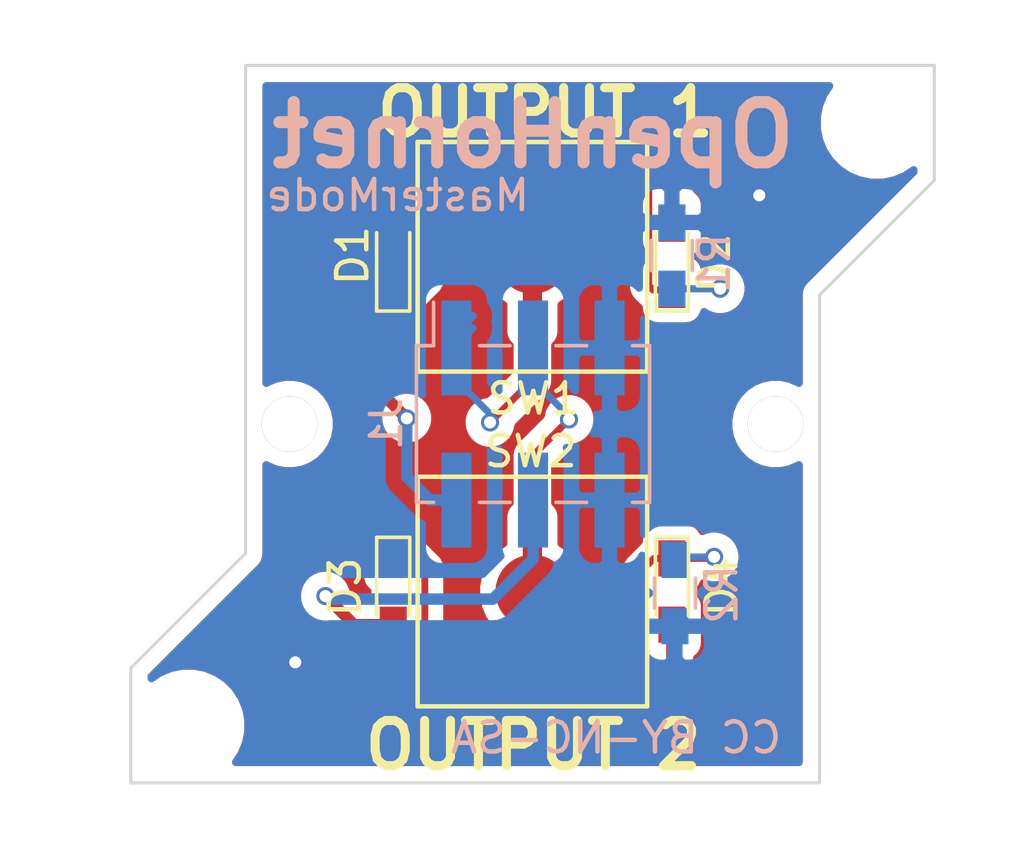
<source format=kicad_pcb>
(kicad_pcb (version 20171130) (host pcbnew "(5.1.4)-1")

  (general
    (thickness 1.6)
    (drawings 13)
    (tracks 75)
    (zones 0)
    (modules 15)
    (nets 8)
  )

  (page A4)
  (layers
    (0 F.Cu signal)
    (31 B.Cu signal)
    (32 B.Adhes user)
    (33 F.Adhes user)
    (34 B.Paste user)
    (35 F.Paste user)
    (36 B.SilkS user)
    (37 F.SilkS user)
    (38 B.Mask user hide)
    (39 F.Mask user hide)
    (40 Dwgs.User user)
    (41 Cmts.User user)
    (42 Eco1.User user)
    (43 Eco2.User user)
    (44 Edge.Cuts user)
    (45 Margin user)
    (46 B.CrtYd user hide)
    (47 F.CrtYd user hide)
    (48 B.Fab user hide)
    (49 F.Fab user hide)
  )

  (setup
    (last_trace_width 0.2286)
    (user_trace_width 0.6096)
    (trace_clearance 0.1778)
    (zone_clearance 0.508)
    (zone_45_only no)
    (trace_min 0.2)
    (via_size 0.6)
    (via_drill 0.4)
    (via_min_size 0.4)
    (via_min_drill 0.3)
    (uvia_size 0.3)
    (uvia_drill 0.1)
    (uvias_allowed no)
    (uvia_min_size 0.2)
    (uvia_min_drill 0.1)
    (edge_width 0.15)
    (segment_width 0.2)
    (pcb_text_width 0.3)
    (pcb_text_size 1.5 1.5)
    (mod_edge_width 0.15)
    (mod_text_size 1 1)
    (mod_text_width 0.15)
    (pad_size 0.6 0.6)
    (pad_drill 0.4)
    (pad_to_mask_clearance 0.2)
    (aux_axis_origin 144.74648 106.74748)
    (grid_origin 144.74648 106.74748)
    (visible_elements 7FFFFFFF)
    (pcbplotparams
      (layerselection 0x010f0_ffffffff)
      (usegerberextensions false)
      (usegerberattributes false)
      (usegerberadvancedattributes false)
      (creategerberjobfile false)
      (excludeedgelayer true)
      (linewidth 0.100000)
      (plotframeref false)
      (viasonmask false)
      (mode 1)
      (useauxorigin false)
      (hpglpennumber 1)
      (hpglpenspeed 20)
      (hpglpendiameter 15.000000)
      (psnegative false)
      (psa4output false)
      (plotreference true)
      (plotvalue true)
      (plotinvisibletext false)
      (padsonsilk false)
      (subtractmaskfromsilk false)
      (outputformat 1)
      (mirror false)
      (drillshape 0)
      (scaleselection 1)
      (outputdirectory "manufacturing/gerber/"))
  )

  (net 0 "")
  (net 1 "Net-(D1-Pad1)")
  (net 2 /backlight_1)
  (net 3 /backlight_2)
  (net 4 GND)
  (net 5 "Net-(D3-Pad1)")
  (net 6 /switch1)
  (net 7 /switch2)

  (net_class Default "This is the default net class."
    (clearance 0.1778)
    (trace_width 0.2286)
    (via_dia 0.6)
    (via_drill 0.4)
    (uvia_dia 0.3)
    (uvia_drill 0.1)
    (add_net /switch1)
    (add_net /switch2)
    (add_net GND)
    (add_net "Net-(D1-Pad1)")
    (add_net "Net-(D3-Pad1)")
  )

  (net_class power ""
    (clearance 0.2032)
    (trace_width 0.381)
    (via_dia 0.6)
    (via_drill 0.4)
    (uvia_dia 0.3)
    (uvia_drill 0.1)
    (add_net /backlight_1)
    (add_net /backlight_2)
  )

  (module "KiCAD Libraries:via0.6" (layer F.Cu) (tedit 5A9A18B4) (tstamp 5A9A1888)
    (at 127.34648 102.74748)
    (fp_text reference REF** (at 0 0.5) (layer F.SilkS) hide
      (effects (font (size 1 1) (thickness 0.15)))
    )
    (fp_text value via0.6 (at 0 -0.5) (layer F.Fab) hide
      (effects (font (size 1 1) (thickness 0.15)))
    )
    (pad 1 thru_hole circle (at 0 0) (size 0.6 0.6) (drill 0.4) (layers *.Cu)
      (net 4 GND) (zone_connect 2))
  )

  (module Mouting_Hole_1.85mm locked (layer F.Cu) (tedit 5A7BD47A) (tstamp 5A7BD50C)
    (at 127.15648 94.83748 180)
    (fp_text reference REF** (at 0.54 1.88 180) (layer F.SilkS) hide
      (effects (font (size 1 1) (thickness 0.15)))
    )
    (fp_text value Mouting_Hole_1.85mm (at 0.32 1.73 180) (layer F.Fab) hide
      (effects (font (size 1 1) (thickness 0.15)))
    )
    (pad 1 thru_hole circle (at 0 0 180) (size 1.85 1.85) (drill 1.85) (layers *.Cu)
      (clearance 0.5) (zone_connect 0))
  )

  (module Mouting_Hole_1.85mm locked (layer F.Cu) (tedit 5A7BD47A) (tstamp 5A7BD4C0)
    (at 143.28648 94.83748 180)
    (fp_text reference REF** (at 0.54 1.88 180) (layer F.SilkS) hide
      (effects (font (size 1 1) (thickness 0.15)))
    )
    (fp_text value Mouting_Hole_1.85mm (at 0.32 1.73 180) (layer F.Fab) hide
      (effects (font (size 1 1) (thickness 0.15)))
    )
    (pad 1 thru_hole circle (at 0 0 180) (size 1.85 1.85) (drill 1.85) (layers *.Cu)
      (clearance 0.5) (zone_connect 0))
  )

  (module LEDs:LED_0603_HandSoldering (layer F.Cu) (tedit 595FC9C0) (tstamp 5A7BF9C2)
    (at 130.59648 89.28748 90)
    (descr "LED SMD 0603, hand soldering")
    (tags "LED 0603")
    (path /5A7BDB8B)
    (attr smd)
    (fp_text reference D1 (at 0.04 -1.35 90) (layer F.SilkS)
      (effects (font (size 1 1) (thickness 0.15)))
    )
    (fp_text value LED (at 0 1.55 90) (layer F.Fab)
      (effects (font (size 1 1) (thickness 0.15)))
    )
    (fp_line (start -1.8 -0.55) (end -1.8 0.55) (layer F.SilkS) (width 0.12))
    (fp_line (start -0.2 -0.2) (end -0.2 0.2) (layer F.Fab) (width 0.1))
    (fp_line (start -0.15 0) (end 0.15 -0.2) (layer F.Fab) (width 0.1))
    (fp_line (start 0.15 0.2) (end -0.15 0) (layer F.Fab) (width 0.1))
    (fp_line (start 0.15 -0.2) (end 0.15 0.2) (layer F.Fab) (width 0.1))
    (fp_line (start 0.8 0.4) (end -0.8 0.4) (layer F.Fab) (width 0.1))
    (fp_line (start 0.8 -0.4) (end 0.8 0.4) (layer F.Fab) (width 0.1))
    (fp_line (start -0.8 -0.4) (end 0.8 -0.4) (layer F.Fab) (width 0.1))
    (fp_line (start -1.8 0.55) (end 0.8 0.55) (layer F.SilkS) (width 0.12))
    (fp_line (start -1.8 -0.55) (end 0.8 -0.55) (layer F.SilkS) (width 0.12))
    (fp_line (start -1.96 -0.7) (end 1.95 -0.7) (layer F.CrtYd) (width 0.05))
    (fp_line (start -1.96 -0.7) (end -1.96 0.7) (layer F.CrtYd) (width 0.05))
    (fp_line (start 1.95 0.7) (end 1.95 -0.7) (layer F.CrtYd) (width 0.05))
    (fp_line (start 1.95 0.7) (end -1.96 0.7) (layer F.CrtYd) (width 0.05))
    (fp_line (start -0.8 -0.4) (end -0.8 0.4) (layer F.Fab) (width 0.1))
    (pad 1 smd rect (at -1.1 0 90) (size 1.2 0.9) (layers F.Cu F.Paste F.Mask)
      (net 1 "Net-(D1-Pad1)"))
    (pad 2 smd rect (at 1.1 0 90) (size 1.2 0.9) (layers F.Cu F.Paste F.Mask)
      (net 2 /backlight_1))
    (model ${KISYS3DMOD}/LEDs.3dshapes/LED_0603.wrl
      (at (xyz 0 0 0))
      (scale (xyz 1 1 1))
      (rotate (xyz 0 0 180))
    )
  )

  (module LEDs:LED_0603_HandSoldering (layer F.Cu) (tedit 595FC9C0) (tstamp 5A7BF9D7)
    (at 139.84648 89.28748 90)
    (descr "LED SMD 0603, hand soldering")
    (tags "LED 0603")
    (path /5A7BDE34)
    (attr smd)
    (fp_text reference D2 (at -0.21 1.4 90) (layer F.SilkS)
      (effects (font (size 1 1) (thickness 0.15)))
    )
    (fp_text value LED (at 0 1.55 90) (layer F.Fab)
      (effects (font (size 1 1) (thickness 0.15)))
    )
    (fp_line (start -1.8 -0.55) (end -1.8 0.55) (layer F.SilkS) (width 0.12))
    (fp_line (start -0.2 -0.2) (end -0.2 0.2) (layer F.Fab) (width 0.1))
    (fp_line (start -0.15 0) (end 0.15 -0.2) (layer F.Fab) (width 0.1))
    (fp_line (start 0.15 0.2) (end -0.15 0) (layer F.Fab) (width 0.1))
    (fp_line (start 0.15 -0.2) (end 0.15 0.2) (layer F.Fab) (width 0.1))
    (fp_line (start 0.8 0.4) (end -0.8 0.4) (layer F.Fab) (width 0.1))
    (fp_line (start 0.8 -0.4) (end 0.8 0.4) (layer F.Fab) (width 0.1))
    (fp_line (start -0.8 -0.4) (end 0.8 -0.4) (layer F.Fab) (width 0.1))
    (fp_line (start -1.8 0.55) (end 0.8 0.55) (layer F.SilkS) (width 0.12))
    (fp_line (start -1.8 -0.55) (end 0.8 -0.55) (layer F.SilkS) (width 0.12))
    (fp_line (start -1.96 -0.7) (end 1.95 -0.7) (layer F.CrtYd) (width 0.05))
    (fp_line (start -1.96 -0.7) (end -1.96 0.7) (layer F.CrtYd) (width 0.05))
    (fp_line (start 1.95 0.7) (end 1.95 -0.7) (layer F.CrtYd) (width 0.05))
    (fp_line (start 1.95 0.7) (end -1.96 0.7) (layer F.CrtYd) (width 0.05))
    (fp_line (start -0.8 -0.4) (end -0.8 0.4) (layer F.Fab) (width 0.1))
    (pad 1 smd rect (at -1.1 0 90) (size 1.2 0.9) (layers F.Cu F.Paste F.Mask)
      (net 1 "Net-(D1-Pad1)"))
    (pad 2 smd rect (at 1.1 0 90) (size 1.2 0.9) (layers F.Cu F.Paste F.Mask)
      (net 2 /backlight_1))
    (model ${KISYS3DMOD}/LEDs.3dshapes/LED_0603.wrl
      (at (xyz 0 0 0))
      (scale (xyz 1 1 1))
      (rotate (xyz 0 0 180))
    )
  )

  (module LEDs:LED_0603_HandSoldering (layer F.Cu) (tedit 595FC9C0) (tstamp 5A7BF9EC)
    (at 130.59648 100.39748 270)
    (descr "LED SMD 0603, hand soldering")
    (tags "LED 0603")
    (path /5A7BDE66)
    (attr smd)
    (fp_text reference D3 (at -0.15 1.6 270) (layer F.SilkS)
      (effects (font (size 1 1) (thickness 0.15)))
    )
    (fp_text value LED (at 0 1.55 270) (layer F.Fab)
      (effects (font (size 1 1) (thickness 0.15)))
    )
    (fp_line (start -1.8 -0.55) (end -1.8 0.55) (layer F.SilkS) (width 0.12))
    (fp_line (start -0.2 -0.2) (end -0.2 0.2) (layer F.Fab) (width 0.1))
    (fp_line (start -0.15 0) (end 0.15 -0.2) (layer F.Fab) (width 0.1))
    (fp_line (start 0.15 0.2) (end -0.15 0) (layer F.Fab) (width 0.1))
    (fp_line (start 0.15 -0.2) (end 0.15 0.2) (layer F.Fab) (width 0.1))
    (fp_line (start 0.8 0.4) (end -0.8 0.4) (layer F.Fab) (width 0.1))
    (fp_line (start 0.8 -0.4) (end 0.8 0.4) (layer F.Fab) (width 0.1))
    (fp_line (start -0.8 -0.4) (end 0.8 -0.4) (layer F.Fab) (width 0.1))
    (fp_line (start -1.8 0.55) (end 0.8 0.55) (layer F.SilkS) (width 0.12))
    (fp_line (start -1.8 -0.55) (end 0.8 -0.55) (layer F.SilkS) (width 0.12))
    (fp_line (start -1.96 -0.7) (end 1.95 -0.7) (layer F.CrtYd) (width 0.05))
    (fp_line (start -1.96 -0.7) (end -1.96 0.7) (layer F.CrtYd) (width 0.05))
    (fp_line (start 1.95 0.7) (end 1.95 -0.7) (layer F.CrtYd) (width 0.05))
    (fp_line (start 1.95 0.7) (end -1.96 0.7) (layer F.CrtYd) (width 0.05))
    (fp_line (start -0.8 -0.4) (end -0.8 0.4) (layer F.Fab) (width 0.1))
    (pad 1 smd rect (at -1.1 0 270) (size 1.2 0.9) (layers F.Cu F.Paste F.Mask)
      (net 5 "Net-(D3-Pad1)"))
    (pad 2 smd rect (at 1.1 0 270) (size 1.2 0.9) (layers F.Cu F.Paste F.Mask)
      (net 3 /backlight_2))
    (model ${KISYS3DMOD}/LEDs.3dshapes/LED_0603.wrl
      (at (xyz 0 0 0))
      (scale (xyz 1 1 1))
      (rotate (xyz 0 0 180))
    )
  )

  (module LEDs:LED_0603_HandSoldering (layer F.Cu) (tedit 595FC9C0) (tstamp 5A7BFA01)
    (at 139.84648 100.39748 270)
    (descr "LED SMD 0603, hand soldering")
    (tags "LED 0603")
    (path /5A7BDE93)
    (attr smd)
    (fp_text reference D4 (at -0.15 -1.65 270) (layer F.SilkS)
      (effects (font (size 1 1) (thickness 0.15)))
    )
    (fp_text value LED (at 0 1.55 270) (layer F.Fab)
      (effects (font (size 1 1) (thickness 0.15)))
    )
    (fp_line (start -1.8 -0.55) (end -1.8 0.55) (layer F.SilkS) (width 0.12))
    (fp_line (start -0.2 -0.2) (end -0.2 0.2) (layer F.Fab) (width 0.1))
    (fp_line (start -0.15 0) (end 0.15 -0.2) (layer F.Fab) (width 0.1))
    (fp_line (start 0.15 0.2) (end -0.15 0) (layer F.Fab) (width 0.1))
    (fp_line (start 0.15 -0.2) (end 0.15 0.2) (layer F.Fab) (width 0.1))
    (fp_line (start 0.8 0.4) (end -0.8 0.4) (layer F.Fab) (width 0.1))
    (fp_line (start 0.8 -0.4) (end 0.8 0.4) (layer F.Fab) (width 0.1))
    (fp_line (start -0.8 -0.4) (end 0.8 -0.4) (layer F.Fab) (width 0.1))
    (fp_line (start -1.8 0.55) (end 0.8 0.55) (layer F.SilkS) (width 0.12))
    (fp_line (start -1.8 -0.55) (end 0.8 -0.55) (layer F.SilkS) (width 0.12))
    (fp_line (start -1.96 -0.7) (end 1.95 -0.7) (layer F.CrtYd) (width 0.05))
    (fp_line (start -1.96 -0.7) (end -1.96 0.7) (layer F.CrtYd) (width 0.05))
    (fp_line (start 1.95 0.7) (end 1.95 -0.7) (layer F.CrtYd) (width 0.05))
    (fp_line (start 1.95 0.7) (end -1.96 0.7) (layer F.CrtYd) (width 0.05))
    (fp_line (start -0.8 -0.4) (end -0.8 0.4) (layer F.Fab) (width 0.1))
    (pad 1 smd rect (at -1.1 0 270) (size 1.2 0.9) (layers F.Cu F.Paste F.Mask)
      (net 5 "Net-(D3-Pad1)"))
    (pad 2 smd rect (at 1.1 0 270) (size 1.2 0.9) (layers F.Cu F.Paste F.Mask)
      (net 3 /backlight_2))
    (model ${KISYS3DMOD}/LEDs.3dshapes/LED_0603.wrl
      (at (xyz 0 0 0))
      (scale (xyz 1 1 1))
      (rotate (xyz 0 0 180))
    )
  )

  (module Resistors_SMD:R_0603_HandSoldering (layer B.Cu) (tedit 58E0A804) (tstamp 5A7BFA39)
    (at 139.84648 89.24748 270)
    (descr "Resistor SMD 0603, hand soldering")
    (tags "resistor 0603")
    (path /5A7F7DA7)
    (attr smd)
    (fp_text reference R1 (at 0.25 -1.4 270) (layer B.SilkS)
      (effects (font (size 1 1) (thickness 0.15)) (justify mirror))
    )
    (fp_text value 68 (at 0 -1.55 270) (layer B.Fab)
      (effects (font (size 1 1) (thickness 0.15)) (justify mirror))
    )
    (fp_text user %R (at 0 0 270) (layer B.Fab)
      (effects (font (size 0.4 0.4) (thickness 0.075)) (justify mirror))
    )
    (fp_line (start -0.8 -0.4) (end -0.8 0.4) (layer B.Fab) (width 0.1))
    (fp_line (start 0.8 -0.4) (end -0.8 -0.4) (layer B.Fab) (width 0.1))
    (fp_line (start 0.8 0.4) (end 0.8 -0.4) (layer B.Fab) (width 0.1))
    (fp_line (start -0.8 0.4) (end 0.8 0.4) (layer B.Fab) (width 0.1))
    (fp_line (start 0.5 -0.68) (end -0.5 -0.68) (layer B.SilkS) (width 0.12))
    (fp_line (start -0.5 0.68) (end 0.5 0.68) (layer B.SilkS) (width 0.12))
    (fp_line (start -1.96 0.7) (end 1.95 0.7) (layer B.CrtYd) (width 0.05))
    (fp_line (start -1.96 0.7) (end -1.96 -0.7) (layer B.CrtYd) (width 0.05))
    (fp_line (start 1.95 -0.7) (end 1.95 0.7) (layer B.CrtYd) (width 0.05))
    (fp_line (start 1.95 -0.7) (end -1.96 -0.7) (layer B.CrtYd) (width 0.05))
    (pad 1 smd rect (at -1.1 0 270) (size 1.2 0.9) (layers B.Cu B.Paste B.Mask)
      (net 4 GND))
    (pad 2 smd rect (at 1.1 0 270) (size 1.2 0.9) (layers B.Cu B.Paste B.Mask)
      (net 1 "Net-(D1-Pad1)"))
    (model ${KISYS3DMOD}/Resistors_SMD.3dshapes/R_0603.wrl
      (at (xyz 0 0 0))
      (scale (xyz 1 1 1))
      (rotate (xyz 0 0 0))
    )
  )

  (module Resistors_SMD:R_0603_HandSoldering (layer B.Cu) (tedit 58E0A804) (tstamp 5A7BFA4A)
    (at 139.94648 100.44748 90)
    (descr "Resistor SMD 0603, hand soldering")
    (tags "resistor 0603")
    (path /5A7BFE48)
    (attr smd)
    (fp_text reference R2 (at -0.05 1.55 90) (layer B.SilkS)
      (effects (font (size 1 1) (thickness 0.15)) (justify mirror))
    )
    (fp_text value 68 (at 0 -1.55 90) (layer B.Fab)
      (effects (font (size 1 1) (thickness 0.15)) (justify mirror))
    )
    (fp_text user %R (at 0 0 90) (layer B.Fab)
      (effects (font (size 0.4 0.4) (thickness 0.075)) (justify mirror))
    )
    (fp_line (start -0.8 -0.4) (end -0.8 0.4) (layer B.Fab) (width 0.1))
    (fp_line (start 0.8 -0.4) (end -0.8 -0.4) (layer B.Fab) (width 0.1))
    (fp_line (start 0.8 0.4) (end 0.8 -0.4) (layer B.Fab) (width 0.1))
    (fp_line (start -0.8 0.4) (end 0.8 0.4) (layer B.Fab) (width 0.1))
    (fp_line (start 0.5 -0.68) (end -0.5 -0.68) (layer B.SilkS) (width 0.12))
    (fp_line (start -0.5 0.68) (end 0.5 0.68) (layer B.SilkS) (width 0.12))
    (fp_line (start -1.96 0.7) (end 1.95 0.7) (layer B.CrtYd) (width 0.05))
    (fp_line (start -1.96 0.7) (end -1.96 -0.7) (layer B.CrtYd) (width 0.05))
    (fp_line (start 1.95 -0.7) (end 1.95 0.7) (layer B.CrtYd) (width 0.05))
    (fp_line (start 1.95 -0.7) (end -1.96 -0.7) (layer B.CrtYd) (width 0.05))
    (pad 1 smd rect (at -1.1 0 90) (size 1.2 0.9) (layers B.Cu B.Paste B.Mask)
      (net 4 GND))
    (pad 2 smd rect (at 1.1 0 90) (size 1.2 0.9) (layers B.Cu B.Paste B.Mask)
      (net 5 "Net-(D3-Pad1)"))
    (model ${KISYS3DMOD}/Resistors_SMD.3dshapes/R_0603.wrl
      (at (xyz 0 0 0))
      (scale (xyz 1 1 1))
      (rotate (xyz 0 0 0))
    )
  )

  (module "KiCAD Libraries:SWITCH_SNAP_DOME_6.3mm_DIA_SINGLE_SIDE_PCB" locked (layer F.Cu) (tedit 5A2DE5FC) (tstamp 5A7BFA59)
    (at 135.21648 89.28748 270)
    (path /5A7BCF73)
    (zone_connect 2)
    (fp_text reference SW1 (at 4.71 -0.03) (layer F.SilkS)
      (effects (font (size 1 1) (thickness 0.15)))
    )
    (fp_text value push (at -0.2 4.58 270) (layer F.Fab)
      (effects (font (size 1 1) (thickness 0.15)))
    )
    (fp_line (start -3.81 -3.81) (end -3.81 3.81) (layer F.SilkS) (width 0.15))
    (fp_line (start -3.81 3.81) (end 3.81 3.81) (layer F.SilkS) (width 0.15))
    (fp_line (start 3.81 3.81) (end 3.81 -3.81) (layer F.SilkS) (width 0.15))
    (fp_line (start 3.81 -3.81) (end -3.81 -3.81) (layer F.SilkS) (width 0.15))
    (pad 2 smd trapezoid (at 2.15 2.4 90) (size 1 1.09) (rect_delta 0 0.625 ) (layers F.Cu F.Paste F.Mask)
      (net 4 GND) (zone_connect 2))
    (pad 2 smd trapezoid (at -2.15 2.4 90) (size 1 1.09) (rect_delta 0 0.625 ) (layers F.Cu F.Paste F.Mask)
      (net 4 GND) (zone_connect 2))
    (pad 2 smd trapezoid (at 2.15 -2.4 270) (size 1 1.09) (rect_delta 0 0.625 ) (layers F.Cu F.Paste F.Mask)
      (net 4 GND) (zone_connect 2))
    (pad 2 smd rect (at 2.4 1.6 270) (size 1.09 0.608) (layers F.Cu F.Paste F.Mask)
      (net 4 GND) (zone_connect 2))
    (pad 2 smd rect (at 0 -2.415 270) (size 3.92 1.09) (layers F.Cu F.Paste F.Mask)
      (net 4 GND) (zone_connect 2))
    (pad 1 smd circle (at 0 0 270) (size 2.45 2.45) (layers F.Cu F.Paste F.Mask)
      (net 6 /switch1) (zone_connect 2))
    (pad 1 smd rect (at 1.25 0 270) (size 2.45 0.64) (layers F.Cu F.Paste F.Mask)
      (net 6 /switch1) (zone_connect 2))
    (pad 2 smd rect (at 0 2.415 270) (size 3.92 1.09) (layers F.Cu F.Paste F.Mask)
      (net 4 GND) (zone_connect 2))
    (pad 2 smd rect (at -2.415 0 270) (size 1.09 3.92) (layers F.Cu F.Paste F.Mask)
      (net 4 GND) (zone_connect 2))
    (pad 2 smd rect (at 2.4 -1.6 270) (size 1.09 0.608) (layers F.Cu F.Paste F.Mask)
      (net 4 GND) (zone_connect 2))
    (pad 2 smd trapezoid (at -2.15 -2.45 270) (size 1 1.09) (rect_delta 0 0.625 ) (layers F.Cu F.Paste F.Mask)
      (net 4 GND) (zone_connect 2))
  )

  (module "KiCAD Libraries:SWITCH_SNAP_DOME_6.3mm_DIA_SINGLE_SIDE_PCB" locked (layer F.Cu) (tedit 5A2DE5FC) (tstamp 5A9A0E10)
    (at 135.21648 100.39748 90)
    (path /5A8A41DA)
    (zone_connect 2)
    (fp_text reference SW2 (at 4.65 -0.056 180) (layer F.SilkS)
      (effects (font (size 1 1) (thickness 0.15)))
    )
    (fp_text value push (at -0.2 4.58 90) (layer F.Fab)
      (effects (font (size 1 1) (thickness 0.15)))
    )
    (fp_line (start -3.81 -3.81) (end -3.81 3.81) (layer F.SilkS) (width 0.15))
    (fp_line (start -3.81 3.81) (end 3.81 3.81) (layer F.SilkS) (width 0.15))
    (fp_line (start 3.81 3.81) (end 3.81 -3.81) (layer F.SilkS) (width 0.15))
    (fp_line (start 3.81 -3.81) (end -3.81 -3.81) (layer F.SilkS) (width 0.15))
    (pad 2 smd trapezoid (at 2.15 2.4 270) (size 1 1.09) (rect_delta 0 0.625 ) (layers F.Cu F.Paste F.Mask)
      (net 4 GND) (zone_connect 2))
    (pad 2 smd trapezoid (at -2.15 2.4 270) (size 1 1.09) (rect_delta 0 0.625 ) (layers F.Cu F.Paste F.Mask)
      (net 4 GND) (zone_connect 2))
    (pad 2 smd trapezoid (at 2.15 -2.4 90) (size 1 1.09) (rect_delta 0 0.625 ) (layers F.Cu F.Paste F.Mask)
      (net 4 GND) (zone_connect 2))
    (pad 2 smd rect (at 2.4 1.6 90) (size 1.09 0.608) (layers F.Cu F.Paste F.Mask)
      (net 4 GND) (zone_connect 2))
    (pad 2 smd rect (at 0 -2.415 90) (size 3.92 1.09) (layers F.Cu F.Paste F.Mask)
      (net 4 GND) (zone_connect 2))
    (pad 1 smd circle (at 0 0 90) (size 2.45 2.45) (layers F.Cu F.Paste F.Mask)
      (net 7 /switch2) (zone_connect 2))
    (pad 1 smd rect (at 1.25 0 90) (size 2.45 0.64) (layers F.Cu F.Paste F.Mask)
      (net 7 /switch2) (zone_connect 2))
    (pad 2 smd rect (at 0 2.415 90) (size 3.92 1.09) (layers F.Cu F.Paste F.Mask)
      (net 4 GND) (zone_connect 2))
    (pad 2 smd rect (at -2.415 0 90) (size 1.09 3.92) (layers F.Cu F.Paste F.Mask)
      (net 4 GND) (zone_connect 2))
    (pad 2 smd rect (at 2.4 -1.6 90) (size 1.09 0.608) (layers F.Cu F.Paste F.Mask)
      (net 4 GND) (zone_connect 2))
    (pad 2 smd trapezoid (at -2.15 -2.45 90) (size 1 1.09) (rect_delta 0 0.625 ) (layers F.Cu F.Paste F.Mask)
      (net 4 GND) (zone_connect 2))
  )

  (module Pin_Headers:Pin_Header_Straight_2x03_Pitch2.54mm_SMD (layer B.Cu) (tedit 59650532) (tstamp 5A7BFA28)
    (at 135.23648 94.83748 270)
    (descr "surface-mounted straight pin header, 2x03, 2.54mm pitch, double rows")
    (tags "Surface mounted pin header SMD 2x03 2.54mm double row")
    (path /5A7BCE91)
    (attr smd)
    (fp_text reference J1 (at 0 4.87 270) (layer B.SilkS)
      (effects (font (size 1 1) (thickness 0.15)) (justify mirror))
    )
    (fp_text value Conn_02x03 (at 0 -4.87 270) (layer B.Fab)
      (effects (font (size 1 1) (thickness 0.15)) (justify mirror))
    )
    (fp_line (start 2.54 -3.81) (end -2.54 -3.81) (layer B.Fab) (width 0.1))
    (fp_line (start -1.59 3.81) (end 2.54 3.81) (layer B.Fab) (width 0.1))
    (fp_line (start -2.54 -3.81) (end -2.54 2.86) (layer B.Fab) (width 0.1))
    (fp_line (start -2.54 2.86) (end -1.59 3.81) (layer B.Fab) (width 0.1))
    (fp_line (start 2.54 3.81) (end 2.54 -3.81) (layer B.Fab) (width 0.1))
    (fp_line (start -2.54 2.86) (end -3.6 2.86) (layer B.Fab) (width 0.1))
    (fp_line (start -3.6 2.86) (end -3.6 2.22) (layer B.Fab) (width 0.1))
    (fp_line (start -3.6 2.22) (end -2.54 2.22) (layer B.Fab) (width 0.1))
    (fp_line (start 2.54 2.86) (end 3.6 2.86) (layer B.Fab) (width 0.1))
    (fp_line (start 3.6 2.86) (end 3.6 2.22) (layer B.Fab) (width 0.1))
    (fp_line (start 3.6 2.22) (end 2.54 2.22) (layer B.Fab) (width 0.1))
    (fp_line (start -2.54 0.32) (end -3.6 0.32) (layer B.Fab) (width 0.1))
    (fp_line (start -3.6 0.32) (end -3.6 -0.32) (layer B.Fab) (width 0.1))
    (fp_line (start -3.6 -0.32) (end -2.54 -0.32) (layer B.Fab) (width 0.1))
    (fp_line (start 2.54 0.32) (end 3.6 0.32) (layer B.Fab) (width 0.1))
    (fp_line (start 3.6 0.32) (end 3.6 -0.32) (layer B.Fab) (width 0.1))
    (fp_line (start 3.6 -0.32) (end 2.54 -0.32) (layer B.Fab) (width 0.1))
    (fp_line (start -2.54 -2.22) (end -3.6 -2.22) (layer B.Fab) (width 0.1))
    (fp_line (start -3.6 -2.22) (end -3.6 -2.86) (layer B.Fab) (width 0.1))
    (fp_line (start -3.6 -2.86) (end -2.54 -2.86) (layer B.Fab) (width 0.1))
    (fp_line (start 2.54 -2.22) (end 3.6 -2.22) (layer B.Fab) (width 0.1))
    (fp_line (start 3.6 -2.22) (end 3.6 -2.86) (layer B.Fab) (width 0.1))
    (fp_line (start 3.6 -2.86) (end 2.54 -2.86) (layer B.Fab) (width 0.1))
    (fp_line (start -2.6 3.87) (end 2.6 3.87) (layer B.SilkS) (width 0.12))
    (fp_line (start -2.6 -3.87) (end 2.6 -3.87) (layer B.SilkS) (width 0.12))
    (fp_line (start -4.04 3.3) (end -2.6 3.3) (layer B.SilkS) (width 0.12))
    (fp_line (start -2.6 3.87) (end -2.6 3.3) (layer B.SilkS) (width 0.12))
    (fp_line (start 2.6 3.87) (end 2.6 3.3) (layer B.SilkS) (width 0.12))
    (fp_line (start -2.6 -3.3) (end -2.6 -3.87) (layer B.SilkS) (width 0.12))
    (fp_line (start 2.6 -3.3) (end 2.6 -3.87) (layer B.SilkS) (width 0.12))
    (fp_line (start -2.6 1.78) (end -2.6 0.76) (layer B.SilkS) (width 0.12))
    (fp_line (start 2.6 1.78) (end 2.6 0.76) (layer B.SilkS) (width 0.12))
    (fp_line (start -2.6 -0.76) (end -2.6 -1.78) (layer B.SilkS) (width 0.12))
    (fp_line (start 2.6 -0.76) (end 2.6 -1.78) (layer B.SilkS) (width 0.12))
    (fp_line (start -5.9 4.35) (end -5.9 -4.35) (layer B.CrtYd) (width 0.05))
    (fp_line (start -5.9 -4.35) (end 5.9 -4.35) (layer B.CrtYd) (width 0.05))
    (fp_line (start 5.9 -4.35) (end 5.9 4.35) (layer B.CrtYd) (width 0.05))
    (fp_line (start 5.9 4.35) (end -5.9 4.35) (layer B.CrtYd) (width 0.05))
    (fp_text user %R (at 0 0 180) (layer B.Fab)
      (effects (font (size 1 1) (thickness 0.15)) (justify mirror))
    )
    (pad 1 smd rect (at -2.525 2.54 270) (size 3.15 1) (layers B.Cu B.Paste B.Mask)
      (net 6 /switch1))
    (pad 2 smd rect (at 2.525 2.54 270) (size 3.15 1) (layers B.Cu B.Paste B.Mask)
      (net 2 /backlight_1))
    (pad 3 smd rect (at -2.525 0 270) (size 3.15 1) (layers B.Cu B.Paste B.Mask)
      (net 7 /switch2))
    (pad 4 smd rect (at 2.525 0 270) (size 3.15 1) (layers B.Cu B.Paste B.Mask)
      (net 3 /backlight_2))
    (pad 5 smd rect (at -2.525 -2.54 270) (size 3.15 1) (layers B.Cu B.Paste B.Mask)
      (net 4 GND))
    (pad 6 smd rect (at 2.525 -2.54 270) (size 3.15 1) (layers B.Cu B.Paste B.Mask)
      (net 4 GND))
    (model ${KISYS3DMOD}/Pin_Headers.3dshapes/Pin_Header_Straight_2x03_Pitch2.54mm_SMD.wrl
      (at (xyz 0 0 0))
      (scale (xyz 1 1 1))
      (rotate (xyz 0 0 0))
    )
  )

  (module Mounting_Holes:MountingHole_2.7mm_M2.5_ISO14580 locked (layer F.Cu) (tedit 56D1B4CB) (tstamp 5A7BD683)
    (at 146.64648 84.83748 180)
    (descr "Mounting Hole 2.7mm, no annular, M2.5, ISO14580")
    (tags "mounting hole 2.7mm no annular m2.5 iso14580")
    (attr virtual)
    (fp_text reference REF** (at 0 -3.25 180) (layer F.SilkS) hide
      (effects (font (size 1 1) (thickness 0.15)))
    )
    (fp_text value Mouting_Hole_2.71mm (at 0 3.25 180) (layer F.Fab)
      (effects (font (size 1 1) (thickness 0.15)))
    )
    (fp_text user %R (at 0.3 0 180) (layer F.Fab)
      (effects (font (size 1 1) (thickness 0.15)))
    )
    (fp_circle (center 0 0) (end 2.25 0) (layer Cmts.User) (width 0.15))
    (fp_circle (center 0 0) (end 2.5 0) (layer F.CrtYd) (width 0.05))
    (pad 1 np_thru_hole circle (at 0 0 180) (size 2.7 2.7) (drill 2.7) (layers *.Cu *.Mask))
  )

  (module Mounting_Holes:MountingHole_2.7mm_M2.5_ISO14580 locked (layer F.Cu) (tedit 56D1B4CB) (tstamp 5A7BD75D)
    (at 123.79648 104.84748 180)
    (descr "Mounting Hole 2.7mm, no annular, M2.5, ISO14580")
    (tags "mounting hole 2.7mm no annular m2.5 iso14580")
    (attr virtual)
    (fp_text reference REF** (at 0 -3.25 180) (layer F.SilkS) hide
      (effects (font (size 1 1) (thickness 0.15)))
    )
    (fp_text value Mouting_Hole_2.71mm (at 0 3.25 180) (layer F.Fab)
      (effects (font (size 1 1) (thickness 0.15)))
    )
    (fp_text user %R (at 0.3 0 180) (layer F.Fab)
      (effects (font (size 1 1) (thickness 0.15)))
    )
    (fp_circle (center 0 0) (end 2.25 0) (layer Cmts.User) (width 0.15))
    (fp_circle (center 0 0) (end 2.5 0) (layer F.CrtYd) (width 0.05))
    (pad 1 np_thru_hole circle (at 0 0 180) (size 2.7 2.7) (drill 2.7) (layers *.Cu *.Mask))
  )

  (module "KiCAD Libraries:via0.6" (layer F.Cu) (tedit 5A9A18BC) (tstamp 5A9A1882)
    (at 142.74648 87.24748)
    (fp_text reference REF** (at 0 0.5) (layer F.SilkS) hide
      (effects (font (size 1 1) (thickness 0.15)))
    )
    (fp_text value via0.6 (at 0 -0.5) (layer F.Fab) hide
      (effects (font (size 1 1) (thickness 0.15)))
    )
    (pad 1 thru_hole circle (at 0 0) (size 0.6 0.6) (drill 0.4) (layers *.Cu)
      (net 4 GND) (zone_connect 2))
  )

  (gr_text "CC BY-NC-SA" (at 137.99648 105.24748) (layer B.SilkS) (tstamp 5DBC37D0)
    (effects (font (size 1 1) (thickness 0.15)) (justify mirror))
  )
  (gr_text MasterMode (at 130.74648 87.24748) (layer B.SilkS)
    (effects (font (size 1 1) (thickness 0.15)) (justify mirror))
  )
  (gr_text OpenHornet (at 135.24648 85.24748) (layer B.SilkS)
    (effects (font (size 2 2) (thickness 0.4)) (justify mirror))
  )
  (gr_line (start 144.74648 90.55498) (end 148.55648 86.74498) (layer Edge.Cuts) (width 0.1))
  (gr_line (start 144.74648 106.74748) (end 121.88648 106.74748) (layer Edge.Cuts) (width 0.1))
  (gr_line (start 121.88648 106.74748) (end 121.88648 102.93748) (layer Edge.Cuts) (width 0.1))
  (gr_line (start 144.74648 90.55498) (end 144.74648 106.74748) (layer Edge.Cuts) (width 0.1))
  (gr_line (start 125.69648 99.12748) (end 125.69648 82.93498) (layer Edge.Cuts) (width 0.1))
  (gr_line (start 125.69648 82.93498) (end 148.55648 82.93498) (layer Edge.Cuts) (width 0.1))
  (gr_line (start 125.69648 99.12748) (end 121.88648 102.93748) (layer Edge.Cuts) (width 0.1))
  (gr_line (start 148.55648 82.93498) (end 148.55648 86.74498) (layer Edge.Cuts) (width 0.1))
  (gr_text "OUTPUT 2" (at 135.24648 105.49748) (layer F.SilkS)
    (effects (font (size 1.5 1.5) (thickness 0.3)))
  )
  (gr_text "OUTPUT 1" (at 135.64648 84.49748) (layer F.SilkS)
    (effects (font (size 1.5 1.5) (thickness 0.3)))
  )

  (segment (start 130.59648 90.38748) (end 131.27508 90.38748) (width 0.2286) (layer F.Cu) (net 1))
  (segment (start 131.27508 90.38748) (end 131.64648 90.01608) (width 0.2286) (layer F.Cu) (net 1))
  (segment (start 131.64648 90.01608) (end 131.64648 86.937) (width 0.2286) (layer F.Cu) (net 1))
  (segment (start 139.078979 86.892121) (end 139.078979 90.246204) (width 0.2286) (layer F.Cu) (net 1))
  (segment (start 139.220255 90.38748) (end 139.84648 90.38748) (width 0.2286) (layer F.Cu) (net 1))
  (segment (start 131.64648 86.937) (end 132.993828 85.589652) (width 0.2286) (layer F.Cu) (net 1))
  (segment (start 132.993828 85.589652) (end 137.77651 85.589652) (width 0.2286) (layer F.Cu) (net 1))
  (segment (start 139.078979 90.246204) (end 139.220255 90.38748) (width 0.2286) (layer F.Cu) (net 1))
  (segment (start 137.77651 85.589652) (end 139.078979 86.892121) (width 0.2286) (layer F.Cu) (net 1))
  (segment (start 141.44648 90.34748) (end 139.88648 90.34748) (width 0.2286) (layer F.Cu) (net 1))
  (segment (start 139.88648 90.34748) (end 139.84648 90.38748) (width 0.2286) (layer F.Cu) (net 1))
  (segment (start 139.84648 90.34748) (end 141.44648 90.34748) (width 0.2286) (layer B.Cu) (net 1))
  (via (at 141.44648 90.34748) (size 0.6) (drill 0.4) (layers F.Cu B.Cu) (net 1))
  (segment (start 130.59648 88.18748) (end 130.59648 86.83261) (width 0.381) (layer F.Cu) (net 2))
  (segment (start 130.59648 86.83261) (end 132.58962 84.83947) (width 0.381) (layer F.Cu) (net 2))
  (segment (start 132.58962 84.83947) (end 137.956906 84.83947) (width 0.381) (layer F.Cu) (net 2))
  (segment (start 139.84648 86.729044) (end 139.84648 87.20648) (width 0.381) (layer F.Cu) (net 2))
  (segment (start 137.956906 84.83947) (end 139.84648 86.729044) (width 0.381) (layer F.Cu) (net 2))
  (segment (start 139.84648 87.20648) (end 139.84648 88.18748) (width 0.381) (layer F.Cu) (net 2))
  (segment (start 131.04648 94.64748) (end 131.04648 96.59348) (width 0.381) (layer B.Cu) (net 2))
  (segment (start 131.04648 96.59348) (end 131.81548 97.36248) (width 0.381) (layer B.Cu) (net 2))
  (segment (start 131.81548 97.36248) (end 132.69648 97.36248) (width 0.381) (layer B.Cu) (net 2))
  (segment (start 129.54648 88.40648) (end 129.54648 93.14748) (width 0.381) (layer F.Cu) (net 2))
  (segment (start 129.54648 93.14748) (end 131.04648 94.64748) (width 0.381) (layer F.Cu) (net 2))
  (via (at 131.04648 94.64748) (size 0.6) (drill 0.4) (layers F.Cu B.Cu) (net 2))
  (segment (start 130.59648 88.18748) (end 129.76548 88.18748) (width 0.381) (layer F.Cu) (net 2))
  (segment (start 129.76548 88.18748) (end 129.54648 88.40648) (width 0.381) (layer F.Cu) (net 2))
  (segment (start 139.84648 88.18748) (end 139.84648 88.03748) (width 0.2286) (layer F.Cu) (net 2))
  (segment (start 130.59648 88.03748) (end 130.59648 88.18748) (width 0.2286) (layer F.Cu) (net 2))
  (segment (start 130.59648 101.49748) (end 129.29648 101.49748) (width 0.381) (layer F.Cu) (net 3))
  (segment (start 129.29648 101.49748) (end 128.34648 100.54748) (width 0.381) (layer F.Cu) (net 3))
  (segment (start 139.84648 101.49748) (end 139.84648 103.24748) (width 0.381) (layer F.Cu) (net 3))
  (segment (start 139.84648 103.24748) (end 138.34648 104.74748) (width 0.381) (layer F.Cu) (net 3))
  (segment (start 130.59648 103.19748) (end 130.59648 101.49748) (width 0.381) (layer F.Cu) (net 3))
  (segment (start 138.34648 104.74748) (end 132.14648 104.74748) (width 0.381) (layer F.Cu) (net 3))
  (segment (start 132.14648 104.74748) (end 130.59648 103.19748) (width 0.381) (layer F.Cu) (net 3))
  (segment (start 133.90748 100.64748) (end 128.44648 100.64748) (width 0.381) (layer B.Cu) (net 3))
  (segment (start 128.44648 100.64748) (end 128.34648 100.54748) (width 0.381) (layer B.Cu) (net 3))
  (via (at 128.34648 100.54748) (size 0.6) (drill 0.4) (layers F.Cu B.Cu) (net 3))
  (segment (start 135.23648 97.36248) (end 135.23648 99.31848) (width 0.381) (layer B.Cu) (net 3))
  (segment (start 135.23648 99.31848) (end 133.90748 100.64748) (width 0.381) (layer B.Cu) (net 3))
  (segment (start 141.24648 99.24748) (end 140.04648 99.24748) (width 0.2286) (layer B.Cu) (net 5))
  (segment (start 140.04648 99.24748) (end 139.94648 99.34748) (width 0.2286) (layer B.Cu) (net 5))
  (segment (start 139.84648 99.29748) (end 141.19648 99.29748) (width 0.2286) (layer F.Cu) (net 5))
  (segment (start 141.19648 99.29748) (end 141.24648 99.24748) (width 0.2286) (layer F.Cu) (net 5))
  (via (at 141.24648 99.24748) (size 0.6) (drill 0.4) (layers F.Cu B.Cu) (net 5))
  (segment (start 130.59648 99.29748) (end 131.27508 99.29748) (width 0.2286) (layer F.Cu) (net 5))
  (segment (start 131.27508 99.29748) (end 131.64648 99.66888) (width 0.2286) (layer F.Cu) (net 5))
  (segment (start 131.64648 99.66888) (end 131.64648 102.84748) (width 0.2286) (layer F.Cu) (net 5))
  (segment (start 138.84648 99.701689) (end 139.250689 99.29748) (width 0.2286) (layer F.Cu) (net 5))
  (segment (start 131.64648 102.84748) (end 132.84648 104.04748) (width 0.2286) (layer F.Cu) (net 5))
  (segment (start 132.84648 104.04748) (end 137.74648 104.04748) (width 0.2286) (layer F.Cu) (net 5))
  (segment (start 137.74648 104.04748) (end 138.84648 102.94748) (width 0.2286) (layer F.Cu) (net 5))
  (segment (start 138.84648 102.94748) (end 138.84648 99.701689) (width 0.2286) (layer F.Cu) (net 5))
  (segment (start 139.250689 99.29748) (end 139.84648 99.29748) (width 0.2286) (layer F.Cu) (net 5))
  (segment (start 134.110819 94.483785) (end 133.81082 94.783784) (width 0.2286) (layer F.Cu) (net 6))
  (segment (start 135.21648 93.378124) (end 134.110819 94.483785) (width 0.2286) (layer F.Cu) (net 6))
  (segment (start 135.21648 90.53748) (end 135.21648 93.378124) (width 0.2286) (layer F.Cu) (net 6))
  (segment (start 133.81082 94.50182) (end 133.81082 94.783784) (width 0.2286) (layer B.Cu) (net 6))
  (segment (start 132.69648 93.38748) (end 133.81082 94.50182) (width 0.2286) (layer B.Cu) (net 6))
  (segment (start 132.69648 92.31248) (end 132.69648 93.38748) (width 0.2286) (layer B.Cu) (net 6))
  (via (at 133.81082 94.783784) (size 0.6) (drill 0.4) (layers F.Cu B.Cu) (net 6))
  (segment (start 135.21648 90.53748) (end 135.21648 89.28748) (width 0.2286) (layer F.Cu) (net 6))
  (segment (start 132.69648 92.31248) (end 132.69648 91.79748) (width 0.25) (layer B.Cu) (net 6))
  (segment (start 132.69648 91.79748) (end 133.24648 91.24748) (width 0.25) (layer B.Cu) (net 6))
  (segment (start 132.69648 92.31248) (end 132.69648 92.19748) (width 0.25) (layer B.Cu) (net 6))
  (segment (start 132.69648 92.19748) (end 133.24648 91.64748) (width 0.25) (layer B.Cu) (net 6))
  (segment (start 136.130179 94.986369) (end 136.430178 94.68637) (width 0.2286) (layer F.Cu) (net 7))
  (segment (start 135.21648 95.900068) (end 136.130179 94.986369) (width 0.2286) (layer F.Cu) (net 7))
  (segment (start 135.21648 99.14748) (end 135.21648 95.900068) (width 0.2286) (layer F.Cu) (net 7))
  (segment (start 136.430178 94.581178) (end 136.430178 94.68637) (width 0.2286) (layer B.Cu) (net 7))
  (segment (start 135.23648 93.38748) (end 136.430178 94.581178) (width 0.2286) (layer B.Cu) (net 7))
  (segment (start 135.23648 92.31248) (end 135.23648 93.38748) (width 0.2286) (layer B.Cu) (net 7))
  (via (at 136.430178 94.68637) (size 0.6) (drill 0.4) (layers F.Cu B.Cu) (net 7))
  (segment (start 135.21648 100.39748) (end 135.21648 99.14748) (width 0.2286) (layer F.Cu) (net 7))

  (zone (net 4) (net_name GND) (layer F.Cu) (tstamp 5DF3C975) (hatch edge 0.508)
    (connect_pads (clearance 0.508))
    (min_thickness 0.254)
    (fill yes (arc_segments 16) (thermal_gap 0.508) (thermal_bridge_width 0.508))
    (polygon
      (pts
        (xy 117.54648 80.84748) (xy 151.54648 80.84748) (xy 151.54648 108.54748) (xy 117.64648 109.24748)
      )
    )
    (filled_polygon
      (pts
        (xy 144.887395 83.89723) (xy 144.737762 84.258477) (xy 144.66148 84.641975) (xy 144.66148 85.032985) (xy 144.737762 85.416483)
        (xy 144.887395 85.77773) (xy 145.104629 86.102844) (xy 145.381116 86.379331) (xy 145.70623 86.596565) (xy 146.067477 86.746198)
        (xy 146.450975 86.82248) (xy 146.841985 86.82248) (xy 147.225483 86.746198) (xy 147.58673 86.596565) (xy 147.871481 86.406301)
        (xy 147.871481 86.461243) (xy 144.285898 90.046826) (xy 144.259769 90.06827) (xy 144.238326 90.094398) (xy 144.23832 90.094404)
        (xy 144.21799 90.119177) (xy 144.174168 90.172574) (xy 144.110561 90.291575) (xy 144.083274 90.381528) (xy 144.080525 90.390592)
        (xy 144.071392 90.420698) (xy 144.06148 90.521334) (xy 144.06148 90.521341) (xy 144.058167 90.55498) (xy 144.06148 90.588619)
        (xy 144.06148 93.479123) (xy 144.025417 93.455026) (xy 143.741515 93.33743) (xy 143.440127 93.27748) (xy 143.132833 93.27748)
        (xy 142.831445 93.33743) (xy 142.547543 93.455026) (xy 142.292038 93.625749) (xy 142.074749 93.843038) (xy 141.904026 94.098543)
        (xy 141.78643 94.382445) (xy 141.72648 94.683833) (xy 141.72648 94.991127) (xy 141.78643 95.292515) (xy 141.904026 95.576417)
        (xy 142.074749 95.831922) (xy 142.292038 96.049211) (xy 142.547543 96.219934) (xy 142.831445 96.33753) (xy 143.132833 96.39748)
        (xy 143.440127 96.39748) (xy 143.741515 96.33753) (xy 144.025417 96.219934) (xy 144.06148 96.195837) (xy 144.061481 106.06248)
        (xy 125.371983 106.06248) (xy 125.555565 105.78773) (xy 125.705198 105.426483) (xy 125.78148 105.042985) (xy 125.78148 104.651975)
        (xy 125.705198 104.268477) (xy 125.555565 103.90723) (xy 125.338331 103.582116) (xy 125.061844 103.305629) (xy 124.73673 103.088395)
        (xy 124.375483 102.938762) (xy 123.991985 102.86248) (xy 123.600975 102.86248) (xy 123.217477 102.938762) (xy 122.85623 103.088395)
        (xy 122.57148 103.278659) (xy 122.57148 103.221216) (xy 125.337305 100.455391) (xy 127.41148 100.455391) (xy 127.41148 100.639569)
        (xy 127.447412 100.820209) (xy 127.517894 100.990369) (xy 127.620218 101.143508) (xy 127.750452 101.273742) (xy 127.903591 101.376066)
        (xy 128.073751 101.446548) (xy 128.079199 101.447632) (xy 128.684091 102.052525) (xy 128.709939 102.084021) (xy 128.741435 102.109869)
        (xy 128.741438 102.109872) (xy 128.835637 102.187179) (xy 128.97635 102.262392) (xy 128.979046 102.263833) (xy 129.134654 102.311036)
        (xy 129.255927 102.32298) (xy 129.255929 102.32298) (xy 129.29648 102.326974) (xy 129.33703 102.32298) (xy 129.551311 102.32298)
        (xy 129.556978 102.34166) (xy 129.615943 102.451974) (xy 129.695295 102.548665) (xy 129.77098 102.610778) (xy 129.77098 103.156929)
        (xy 129.766986 103.19748) (xy 129.77098 103.23803) (xy 129.77098 103.238032) (xy 129.782924 103.359305) (xy 129.817569 103.473514)
        (xy 129.830127 103.514913) (xy 129.906781 103.658322) (xy 129.929445 103.685938) (xy 130.009939 103.784021) (xy 130.041446 103.809878)
        (xy 131.534086 105.302519) (xy 131.559939 105.334021) (xy 131.624076 105.386657) (xy 131.685637 105.437179) (xy 131.829046 105.513833)
        (xy 131.984654 105.561036) (xy 132.105927 105.57298) (xy 132.105929 105.57298) (xy 132.146479 105.576974) (xy 132.18703 105.57298)
        (xy 138.30593 105.57298) (xy 138.34648 105.576974) (xy 138.38703 105.57298) (xy 138.387033 105.57298) (xy 138.508306 105.561036)
        (xy 138.663914 105.513833) (xy 138.807322 105.437179) (xy 138.933021 105.334021) (xy 138.958878 105.302514) (xy 140.401519 103.859874)
        (xy 140.433021 103.834021) (xy 140.536179 103.708322) (xy 140.612833 103.564914) (xy 140.660036 103.409306) (xy 140.67198 103.288033)
        (xy 140.67198 103.288024) (xy 140.675973 103.247481) (xy 140.67198 103.206938) (xy 140.67198 102.610778) (xy 140.747665 102.548665)
        (xy 140.827017 102.451974) (xy 140.885982 102.34166) (xy 140.922292 102.221962) (xy 140.934552 102.09748) (xy 140.934552 100.89748)
        (xy 140.922292 100.772998) (xy 140.885982 100.6533) (xy 140.827017 100.542986) (xy 140.747665 100.446295) (xy 140.688184 100.39748)
        (xy 140.747665 100.348665) (xy 140.827017 100.251974) (xy 140.885982 100.14166) (xy 140.894462 100.113706) (xy 140.973751 100.146548)
        (xy 141.154391 100.18248) (xy 141.338569 100.18248) (xy 141.519209 100.146548) (xy 141.689369 100.076066) (xy 141.842508 99.973742)
        (xy 141.972742 99.843508) (xy 142.075066 99.690369) (xy 142.145548 99.520209) (xy 142.18148 99.339569) (xy 142.18148 99.155391)
        (xy 142.145548 98.974751) (xy 142.075066 98.804591) (xy 141.972742 98.651452) (xy 141.842508 98.521218) (xy 141.689369 98.418894)
        (xy 141.519209 98.348412) (xy 141.338569 98.31248) (xy 141.154391 98.31248) (xy 140.973751 98.348412) (xy 140.85599 98.39719)
        (xy 140.827017 98.342986) (xy 140.747665 98.246295) (xy 140.650974 98.166943) (xy 140.54066 98.107978) (xy 140.420962 98.071668)
        (xy 140.29648 98.059408) (xy 139.39648 98.059408) (xy 139.271998 98.071668) (xy 139.1523 98.107978) (xy 139.041986 98.166943)
        (xy 138.945295 98.246295) (xy 138.865943 98.342986) (xy 138.806978 98.4533) (xy 138.770668 98.572998) (xy 138.758408 98.69748)
        (xy 138.758408 98.732159) (xy 138.718291 98.765082) (xy 138.694826 98.793674) (xy 138.342669 99.145831) (xy 138.314083 99.169291)
        (xy 138.290623 99.197877) (xy 138.29062 99.19788) (xy 138.220446 99.283386) (xy 138.150868 99.413558) (xy 138.121648 99.509886)
        (xy 138.108023 99.554801) (xy 138.104748 99.588056) (xy 138.093556 99.701689) (xy 138.097181 99.738494) (xy 138.09718 102.63711)
        (xy 137.436111 103.29818) (xy 133.15685 103.29818) (xy 132.39578 102.537111) (xy 132.39578 100.214286) (xy 133.35648 100.214286)
        (xy 133.35648 100.580674) (xy 133.427959 100.940022) (xy 133.568169 101.278521) (xy 133.771723 101.583161) (xy 134.030799 101.842237)
        (xy 134.335439 102.045791) (xy 134.673938 102.186001) (xy 135.033286 102.25748) (xy 135.399674 102.25748) (xy 135.759022 102.186001)
        (xy 136.097521 102.045791) (xy 136.402161 101.842237) (xy 136.661237 101.583161) (xy 136.864791 101.278521) (xy 137.005001 100.940022)
        (xy 137.07648 100.580674) (xy 137.07648 100.214286) (xy 137.005001 99.854938) (xy 136.864791 99.516439) (xy 136.661237 99.211799)
        (xy 136.402161 98.952723) (xy 136.174552 98.800639) (xy 136.174552 97.92248) (xy 136.162292 97.797998) (xy 136.125982 97.6783)
        (xy 136.067017 97.567986) (xy 135.987665 97.471295) (xy 135.96578 97.453335) (xy 135.96578 96.210437) (xy 136.562938 95.61328)
        (xy 136.702907 95.585438) (xy 136.873067 95.514956) (xy 137.026206 95.412632) (xy 137.15644 95.282398) (xy 137.258764 95.129259)
        (xy 137.329246 94.959099) (xy 137.365178 94.778459) (xy 137.365178 94.594281) (xy 137.329246 94.413641) (xy 137.258764 94.243481)
        (xy 137.15644 94.090342) (xy 137.026206 93.960108) (xy 136.873067 93.857784) (xy 136.702907 93.787302) (xy 136.522267 93.75137)
        (xy 136.338089 93.75137) (xy 136.157449 93.787302) (xy 135.987289 93.857784) (xy 135.83415 93.960108) (xy 135.703916 94.090342)
        (xy 135.601592 94.243481) (xy 135.53111 94.413641) (xy 135.503268 94.55361) (xy 134.712669 95.34421) (xy 134.684083 95.36767)
        (xy 134.660623 95.396256) (xy 134.66062 95.396259) (xy 134.590446 95.481765) (xy 134.520868 95.611937) (xy 134.478023 95.753181)
        (xy 134.463556 95.900068) (xy 134.467181 95.936873) (xy 134.467181 97.453334) (xy 134.445295 97.471295) (xy 134.365943 97.567986)
        (xy 134.306978 97.6783) (xy 134.270668 97.797998) (xy 134.258408 97.92248) (xy 134.258408 98.800639) (xy 134.030799 98.952723)
        (xy 133.771723 99.211799) (xy 133.568169 99.516439) (xy 133.427959 99.854938) (xy 133.35648 100.214286) (xy 132.39578 100.214286)
        (xy 132.39578 99.705676) (xy 132.399404 99.66888) (xy 132.39578 99.632084) (xy 132.39578 99.632074) (xy 132.384938 99.521992)
        (xy 132.342092 99.380748) (xy 132.272514 99.250577) (xy 132.178878 99.136482) (xy 132.150287 99.113018) (xy 131.830943 98.793674)
        (xy 131.807478 98.765082) (xy 131.693383 98.671446) (xy 131.681355 98.665017) (xy 131.672292 98.572998) (xy 131.635982 98.4533)
        (xy 131.577017 98.342986) (xy 131.497665 98.246295) (xy 131.400974 98.166943) (xy 131.29066 98.107978) (xy 131.170962 98.071668)
        (xy 131.04648 98.059408) (xy 130.14648 98.059408) (xy 130.021998 98.071668) (xy 129.9023 98.107978) (xy 129.791986 98.166943)
        (xy 129.695295 98.246295) (xy 129.615943 98.342986) (xy 129.556978 98.4533) (xy 129.520668 98.572998) (xy 129.508408 98.69748)
        (xy 129.508408 99.89748) (xy 129.520668 100.021962) (xy 129.556978 100.14166) (xy 129.615943 100.251974) (xy 129.695295 100.348665)
        (xy 129.754776 100.39748) (xy 129.695295 100.446295) (xy 129.615943 100.542986) (xy 129.578838 100.612404) (xy 129.246632 100.280199)
        (xy 129.245548 100.274751) (xy 129.175066 100.104591) (xy 129.072742 99.951452) (xy 128.942508 99.821218) (xy 128.789369 99.718894)
        (xy 128.619209 99.648412) (xy 128.438569 99.61248) (xy 128.254391 99.61248) (xy 128.073751 99.648412) (xy 127.903591 99.718894)
        (xy 127.750452 99.821218) (xy 127.620218 99.951452) (xy 127.517894 100.104591) (xy 127.447412 100.274751) (xy 127.41148 100.455391)
        (xy 125.337305 100.455391) (xy 126.157062 99.635634) (xy 126.18319 99.614191) (xy 126.204634 99.588062) (xy 126.20464 99.588056)
        (xy 126.24768 99.535611) (xy 126.268792 99.509887) (xy 126.320281 99.413557) (xy 126.332399 99.390887) (xy 126.371568 99.261763)
        (xy 126.37786 99.19788) (xy 126.38148 99.161127) (xy 126.38148 99.161119) (xy 126.384793 99.12748) (xy 126.38148 99.093841)
        (xy 126.38148 96.195837) (xy 126.417543 96.219934) (xy 126.701445 96.33753) (xy 127.002833 96.39748) (xy 127.310127 96.39748)
        (xy 127.611515 96.33753) (xy 127.895417 96.219934) (xy 128.150922 96.049211) (xy 128.368211 95.831922) (xy 128.538934 95.576417)
        (xy 128.65653 95.292515) (xy 128.71648 94.991127) (xy 128.71648 94.683833) (xy 128.65653 94.382445) (xy 128.538934 94.098543)
        (xy 128.368211 93.843038) (xy 128.150922 93.625749) (xy 127.895417 93.455026) (xy 127.611515 93.33743) (xy 127.310127 93.27748)
        (xy 127.002833 93.27748) (xy 126.701445 93.33743) (xy 126.417543 93.455026) (xy 126.38148 93.479123) (xy 126.38148 88.40648)
        (xy 128.716986 88.40648) (xy 128.72098 88.447031) (xy 128.720981 93.10692) (xy 128.716986 93.14748) (xy 128.732925 93.309306)
        (xy 128.780127 93.464913) (xy 128.856781 93.608322) (xy 128.904327 93.666256) (xy 128.95994 93.734021) (xy 128.991441 93.759873)
        (xy 130.146328 94.914761) (xy 130.147412 94.920209) (xy 130.217894 95.090369) (xy 130.320218 95.243508) (xy 130.450452 95.373742)
        (xy 130.603591 95.476066) (xy 130.773751 95.546548) (xy 130.954391 95.58248) (xy 131.138569 95.58248) (xy 131.319209 95.546548)
        (xy 131.489369 95.476066) (xy 131.642508 95.373742) (xy 131.772742 95.243508) (xy 131.875066 95.090369) (xy 131.945548 94.920209)
        (xy 131.98148 94.739569) (xy 131.98148 94.691695) (xy 132.87582 94.691695) (xy 132.87582 94.875873) (xy 132.911752 95.056513)
        (xy 132.982234 95.226673) (xy 133.084558 95.379812) (xy 133.214792 95.510046) (xy 133.367931 95.61237) (xy 133.538091 95.682852)
        (xy 133.718731 95.718784) (xy 133.902909 95.718784) (xy 134.083549 95.682852) (xy 134.253709 95.61237) (xy 134.406848 95.510046)
        (xy 134.537082 95.379812) (xy 134.639406 95.226673) (xy 134.709888 95.056513) (xy 134.73773 94.916543) (xy 135.720297 93.933978)
        (xy 135.748878 93.910522) (xy 135.772334 93.881941) (xy 135.772341 93.881934) (xy 135.842514 93.796428) (xy 135.912092 93.666256)
        (xy 135.954938 93.525012) (xy 135.96578 93.41493) (xy 135.96578 93.41492) (xy 135.969404 93.378124) (xy 135.96578 93.341328)
        (xy 135.96578 92.231625) (xy 135.987665 92.213665) (xy 136.067017 92.116974) (xy 136.125982 92.00666) (xy 136.162292 91.886962)
        (xy 136.174552 91.76248) (xy 136.174552 90.884321) (xy 136.402161 90.732237) (xy 136.661237 90.473161) (xy 136.864791 90.168521)
        (xy 137.005001 89.830022) (xy 137.07648 89.470674) (xy 137.07648 89.104286) (xy 137.005001 88.744938) (xy 136.864791 88.406439)
        (xy 136.661237 88.101799) (xy 136.402161 87.842723) (xy 136.097521 87.639169) (xy 135.759022 87.498959) (xy 135.399674 87.42748)
        (xy 135.033286 87.42748) (xy 134.673938 87.498959) (xy 134.335439 87.639169) (xy 134.030799 87.842723) (xy 133.771723 88.101799)
        (xy 133.568169 88.406439) (xy 133.427959 88.744938) (xy 133.35648 89.104286) (xy 133.35648 89.470674) (xy 133.427959 89.830022)
        (xy 133.568169 90.168521) (xy 133.771723 90.473161) (xy 134.030799 90.732237) (xy 134.258408 90.884321) (xy 134.258408 91.76248)
        (xy 134.270668 91.886962) (xy 134.306978 92.00666) (xy 134.365943 92.116974) (xy 134.445295 92.213665) (xy 134.467181 92.231626)
        (xy 134.467181 93.067753) (xy 133.678061 93.856874) (xy 133.538091 93.884716) (xy 133.367931 93.955198) (xy 133.214792 94.057522)
        (xy 133.084558 94.187756) (xy 132.982234 94.340895) (xy 132.911752 94.511055) (xy 132.87582 94.691695) (xy 131.98148 94.691695)
        (xy 131.98148 94.555391) (xy 131.945548 94.374751) (xy 131.875066 94.204591) (xy 131.772742 94.051452) (xy 131.642508 93.921218)
        (xy 131.489369 93.818894) (xy 131.319209 93.748412) (xy 131.313761 93.747328) (xy 130.37198 92.805548) (xy 130.37198 91.625552)
        (xy 131.04648 91.625552) (xy 131.170962 91.613292) (xy 131.29066 91.576982) (xy 131.400974 91.518017) (xy 131.497665 91.438665)
        (xy 131.577017 91.341974) (xy 131.635982 91.23166) (xy 131.672292 91.111962) (xy 131.681355 91.019943) (xy 131.693383 91.013514)
        (xy 131.807478 90.919878) (xy 131.830943 90.891286) (xy 132.150287 90.571942) (xy 132.178878 90.548478) (xy 132.272514 90.434383)
        (xy 132.342092 90.304212) (xy 132.384938 90.162968) (xy 132.39578 90.052886) (xy 132.39578 90.052876) (xy 132.399404 90.01608)
        (xy 132.39578 89.979284) (xy 132.39578 87.247369) (xy 133.304199 86.338952) (xy 137.466141 86.338952) (xy 138.329679 87.202491)
        (xy 138.32968 90.209399) (xy 138.326055 90.246204) (xy 138.32968 90.28301) (xy 138.330524 90.291574) (xy 138.340522 90.393091)
        (xy 138.383367 90.534335) (xy 138.452945 90.664507) (xy 138.523119 90.750013) (xy 138.546582 90.778602) (xy 138.575168 90.802062)
        (xy 138.664392 90.891286) (xy 138.687857 90.919878) (xy 138.758408 90.977778) (xy 138.758408 90.98748) (xy 138.770668 91.111962)
        (xy 138.806978 91.23166) (xy 138.865943 91.341974) (xy 138.945295 91.438665) (xy 139.041986 91.518017) (xy 139.1523 91.576982)
        (xy 139.271998 91.613292) (xy 139.39648 91.625552) (xy 140.29648 91.625552) (xy 140.420962 91.613292) (xy 140.54066 91.576982)
        (xy 140.650974 91.518017) (xy 140.747665 91.438665) (xy 140.827017 91.341974) (xy 140.885982 91.23166) (xy 140.919825 91.120095)
        (xy 141.003591 91.176066) (xy 141.173751 91.246548) (xy 141.354391 91.28248) (xy 141.538569 91.28248) (xy 141.719209 91.246548)
        (xy 141.889369 91.176066) (xy 142.042508 91.073742) (xy 142.172742 90.943508) (xy 142.275066 90.790369) (xy 142.345548 90.620209)
        (xy 142.38148 90.439569) (xy 142.38148 90.255391) (xy 142.345548 90.074751) (xy 142.275066 89.904591) (xy 142.172742 89.751452)
        (xy 142.042508 89.621218) (xy 141.889369 89.518894) (xy 141.719209 89.448412) (xy 141.538569 89.41248) (xy 141.354391 89.41248)
        (xy 141.173751 89.448412) (xy 141.003591 89.518894) (xy 140.899647 89.588347) (xy 140.885982 89.5433) (xy 140.827017 89.432986)
        (xy 140.747665 89.336295) (xy 140.688184 89.28748) (xy 140.747665 89.238665) (xy 140.827017 89.141974) (xy 140.885982 89.03166)
        (xy 140.922292 88.911962) (xy 140.934552 88.78748) (xy 140.934552 87.58748) (xy 140.922292 87.462998) (xy 140.885982 87.3433)
        (xy 140.827017 87.232986) (xy 140.747665 87.136295) (xy 140.67198 87.074182) (xy 140.67198 86.769594) (xy 140.675974 86.729043)
        (xy 140.670236 86.670784) (xy 140.660036 86.567218) (xy 140.612833 86.41161) (xy 140.53618 86.268203) (xy 140.536179 86.268201)
        (xy 140.458871 86.174002) (xy 140.433021 86.142503) (xy 140.401521 86.116652) (xy 138.569304 84.284436) (xy 138.543447 84.252929)
        (xy 138.417748 84.149771) (xy 138.27434 84.073117) (xy 138.118732 84.025914) (xy 137.997459 84.01397) (xy 137.997456 84.01397)
        (xy 137.956906 84.009976) (xy 137.916356 84.01397) (xy 132.63017 84.01397) (xy 132.58962 84.009976) (xy 132.549069 84.01397)
        (xy 132.549067 84.01397) (xy 132.427794 84.025914) (xy 132.272186 84.073117) (xy 132.128777 84.149771) (xy 132.034578 84.227078)
        (xy 132.034577 84.227079) (xy 132.003079 84.252929) (xy 131.977231 84.284425) (xy 130.041441 86.220217) (xy 130.00994 86.246069)
        (xy 129.984089 86.277569) (xy 129.906781 86.371768) (xy 129.830127 86.515177) (xy 129.782925 86.670784) (xy 129.766986 86.83261)
        (xy 129.770981 86.87317) (xy 129.770981 87.074181) (xy 129.695295 87.136295) (xy 129.615943 87.232986) (xy 129.556978 87.3433)
        (xy 129.542016 87.392621) (xy 129.448046 87.421127) (xy 129.304638 87.497781) (xy 129.178939 87.600939) (xy 129.153086 87.632442)
        (xy 128.991445 87.794083) (xy 128.959939 87.819939) (xy 128.901956 87.890593) (xy 128.856781 87.945638) (xy 128.808495 88.035974)
        (xy 128.780127 88.089047) (xy 128.732924 88.244655) (xy 128.722617 88.349305) (xy 128.716986 88.40648) (xy 126.38148 88.40648)
        (xy 126.38148 83.61998) (xy 145.072647 83.61998)
      )
    )
  )
  (zone (net 4) (net_name GND) (layer B.Cu) (tstamp 5DF3C972) (hatch edge 0.508)
    (connect_pads (clearance 0.508))
    (min_thickness 0.254)
    (fill yes (arc_segments 16) (thermal_gap 0.508) (thermal_bridge_width 0.508))
    (polygon
      (pts
        (xy 117.54648 80.764581) (xy 151.54648 80.764581) (xy 151.54648 108.464581) (xy 117.64648 109.164581)
      )
    )
    (filled_polygon
      (pts
        (xy 144.887395 83.89723) (xy 144.737762 84.258477) (xy 144.66148 84.641975) (xy 144.66148 85.032985) (xy 144.737762 85.416483)
        (xy 144.887395 85.77773) (xy 145.104629 86.102844) (xy 145.381116 86.379331) (xy 145.70623 86.596565) (xy 146.067477 86.746198)
        (xy 146.450975 86.82248) (xy 146.841985 86.82248) (xy 147.225483 86.746198) (xy 147.58673 86.596565) (xy 147.871481 86.406301)
        (xy 147.871481 86.461243) (xy 144.285898 90.046826) (xy 144.259769 90.06827) (xy 144.238326 90.094398) (xy 144.23832 90.094404)
        (xy 144.204005 90.136218) (xy 144.174168 90.172574) (xy 144.110561 90.291575) (xy 144.071392 90.420698) (xy 144.06148 90.521334)
        (xy 144.06148 90.521341) (xy 144.058167 90.55498) (xy 144.06148 90.588619) (xy 144.06148 93.479123) (xy 144.025417 93.455026)
        (xy 143.741515 93.33743) (xy 143.440127 93.27748) (xy 143.132833 93.27748) (xy 142.831445 93.33743) (xy 142.547543 93.455026)
        (xy 142.292038 93.625749) (xy 142.074749 93.843038) (xy 141.904026 94.098543) (xy 141.78643 94.382445) (xy 141.72648 94.683833)
        (xy 141.72648 94.991127) (xy 141.78643 95.292515) (xy 141.904026 95.576417) (xy 142.074749 95.831922) (xy 142.292038 96.049211)
        (xy 142.547543 96.219934) (xy 142.831445 96.33753) (xy 143.132833 96.39748) (xy 143.440127 96.39748) (xy 143.741515 96.33753)
        (xy 144.025417 96.219934) (xy 144.06148 96.195837) (xy 144.061481 106.06248) (xy 125.371983 106.06248) (xy 125.555565 105.78773)
        (xy 125.705198 105.426483) (xy 125.78148 105.042985) (xy 125.78148 104.651975) (xy 125.705198 104.268477) (xy 125.555565 103.90723)
        (xy 125.338331 103.582116) (xy 125.061844 103.305629) (xy 124.73673 103.088395) (xy 124.375483 102.938762) (xy 123.991985 102.86248)
        (xy 123.600975 102.86248) (xy 123.217477 102.938762) (xy 122.85623 103.088395) (xy 122.57148 103.278659) (xy 122.57148 103.221216)
        (xy 123.645216 102.14748) (xy 138.858408 102.14748) (xy 138.870668 102.271962) (xy 138.906978 102.39166) (xy 138.965943 102.501974)
        (xy 139.045295 102.598665) (xy 139.141986 102.678017) (xy 139.2523 102.736982) (xy 139.371998 102.773292) (xy 139.49648 102.785552)
        (xy 139.66073 102.78248) (xy 139.81948 102.62373) (xy 139.81948 101.67448) (xy 140.07348 101.67448) (xy 140.07348 102.62373)
        (xy 140.23223 102.78248) (xy 140.39648 102.785552) (xy 140.520962 102.773292) (xy 140.64066 102.736982) (xy 140.750974 102.678017)
        (xy 140.847665 102.598665) (xy 140.927017 102.501974) (xy 140.985982 102.39166) (xy 141.022292 102.271962) (xy 141.034552 102.14748)
        (xy 141.03148 101.83323) (xy 140.87273 101.67448) (xy 140.07348 101.67448) (xy 139.81948 101.67448) (xy 139.02023 101.67448)
        (xy 138.86148 101.83323) (xy 138.858408 102.14748) (xy 123.645216 102.14748) (xy 125.337305 100.455391) (xy 127.41148 100.455391)
        (xy 127.41148 100.639569) (xy 127.447412 100.820209) (xy 127.517894 100.990369) (xy 127.620218 101.143508) (xy 127.750452 101.273742)
        (xy 127.903591 101.376066) (xy 128.073751 101.446548) (xy 128.254391 101.48248) (xy 128.438569 101.48248) (xy 128.485648 101.473115)
        (xy 128.487022 101.47298) (xy 133.86693 101.47298) (xy 133.90748 101.476974) (xy 133.94803 101.47298) (xy 133.948033 101.47298)
        (xy 134.069306 101.461036) (xy 134.224914 101.413833) (xy 134.368322 101.337179) (xy 134.494021 101.234021) (xy 134.519878 101.202514)
        (xy 135.791525 99.930869) (xy 135.823021 99.905021) (xy 135.848869 99.873525) (xy 135.848872 99.873522) (xy 135.926179 99.779323)
        (xy 136.002833 99.635914) (xy 136.002925 99.635611) (xy 136.046563 99.491756) (xy 136.090974 99.468017) (xy 136.187665 99.388665)
        (xy 136.267017 99.291974) (xy 136.325982 99.18166) (xy 136.362292 99.061962) (xy 136.374552 98.93748) (xy 136.638408 98.93748)
        (xy 136.650668 99.061962) (xy 136.686978 99.18166) (xy 136.745943 99.291974) (xy 136.825295 99.388665) (xy 136.921986 99.468017)
        (xy 137.0323 99.526982) (xy 137.151998 99.563292) (xy 137.27648 99.575552) (xy 137.49073 99.57248) (xy 137.64948 99.41373)
        (xy 137.64948 97.48948) (xy 137.90348 97.48948) (xy 137.90348 99.41373) (xy 138.06223 99.57248) (xy 138.27648 99.575552)
        (xy 138.400962 99.563292) (xy 138.52066 99.526982) (xy 138.630974 99.468017) (xy 138.727665 99.388665) (xy 138.807017 99.291974)
        (xy 138.858408 99.19583) (xy 138.858408 99.94748) (xy 138.870668 100.071962) (xy 138.906978 100.19166) (xy 138.965943 100.301974)
        (xy 139.045295 100.398665) (xy 139.104776 100.44748) (xy 139.045295 100.496295) (xy 138.965943 100.592986) (xy 138.906978 100.7033)
        (xy 138.870668 100.822998) (xy 138.858408 100.94748) (xy 138.86148 101.26173) (xy 139.02023 101.42048) (xy 139.81948 101.42048)
        (xy 139.81948 101.40048) (xy 140.07348 101.40048) (xy 140.07348 101.42048) (xy 140.87273 101.42048) (xy 141.03148 101.26173)
        (xy 141.034552 100.94748) (xy 141.022292 100.822998) (xy 140.985982 100.7033) (xy 140.927017 100.592986) (xy 140.847665 100.496295)
        (xy 140.788184 100.44748) (xy 140.847665 100.398665) (xy 140.927017 100.301974) (xy 140.985982 100.19166) (xy 140.998192 100.15141)
        (xy 141.154391 100.18248) (xy 141.338569 100.18248) (xy 141.519209 100.146548) (xy 141.689369 100.076066) (xy 141.842508 99.973742)
        (xy 141.972742 99.843508) (xy 142.075066 99.690369) (xy 142.145548 99.520209) (xy 142.18148 99.339569) (xy 142.18148 99.155391)
        (xy 142.145548 98.974751) (xy 142.075066 98.804591) (xy 141.972742 98.651452) (xy 141.842508 98.521218) (xy 141.689369 98.418894)
        (xy 141.519209 98.348412) (xy 141.338569 98.31248) (xy 141.154391 98.31248) (xy 140.973751 98.348412) (xy 140.911573 98.374167)
        (xy 140.847665 98.296295) (xy 140.750974 98.216943) (xy 140.64066 98.157978) (xy 140.520962 98.121668) (xy 140.39648 98.109408)
        (xy 139.49648 98.109408) (xy 139.371998 98.121668) (xy 139.2523 98.157978) (xy 139.141986 98.216943) (xy 139.045295 98.296295)
        (xy 138.965943 98.392986) (xy 138.913488 98.49112) (xy 138.91148 97.64823) (xy 138.75273 97.48948) (xy 137.90348 97.48948)
        (xy 137.64948 97.48948) (xy 136.80023 97.48948) (xy 136.64148 97.64823) (xy 136.638408 98.93748) (xy 136.374552 98.93748)
        (xy 136.374552 95.78748) (xy 136.362292 95.662998) (xy 136.349664 95.62137) (xy 136.522267 95.62137) (xy 136.672352 95.591516)
        (xy 136.650668 95.662998) (xy 136.638408 95.78748) (xy 136.64148 97.07673) (xy 136.80023 97.23548) (xy 137.64948 97.23548)
        (xy 137.64948 95.31123) (xy 137.90348 95.31123) (xy 137.90348 97.23548) (xy 138.75273 97.23548) (xy 138.91148 97.07673)
        (xy 138.914552 95.78748) (xy 138.902292 95.662998) (xy 138.865982 95.5433) (xy 138.807017 95.432986) (xy 138.727665 95.336295)
        (xy 138.630974 95.256943) (xy 138.52066 95.197978) (xy 138.400962 95.161668) (xy 138.27648 95.149408) (xy 138.06223 95.15248)
        (xy 137.90348 95.31123) (xy 137.64948 95.31123) (xy 137.49073 95.15248) (xy 137.27648 95.149408) (xy 137.243105 95.152695)
        (xy 137.258764 95.129259) (xy 137.329246 94.959099) (xy 137.365178 94.778459) (xy 137.365178 94.594281) (xy 137.351293 94.524479)
        (xy 137.49073 94.52248) (xy 137.64948 94.36373) (xy 137.64948 92.43948) (xy 137.90348 92.43948) (xy 137.90348 94.36373)
        (xy 138.06223 94.52248) (xy 138.27648 94.525552) (xy 138.400962 94.513292) (xy 138.52066 94.476982) (xy 138.630974 94.418017)
        (xy 138.727665 94.338665) (xy 138.807017 94.241974) (xy 138.865982 94.13166) (xy 138.902292 94.011962) (xy 138.914552 93.88748)
        (xy 138.91148 92.59823) (xy 138.75273 92.43948) (xy 137.90348 92.43948) (xy 137.64948 92.43948) (xy 136.80023 92.43948)
        (xy 136.64148 92.59823) (xy 136.638783 93.730113) (xy 136.374552 93.465882) (xy 136.374552 90.73748) (xy 136.638408 90.73748)
        (xy 136.64148 92.02673) (xy 136.80023 92.18548) (xy 137.64948 92.18548) (xy 137.64948 90.26123) (xy 137.90348 90.26123)
        (xy 137.90348 92.18548) (xy 138.75273 92.18548) (xy 138.91148 92.02673) (xy 138.91307 91.359399) (xy 138.945295 91.398665)
        (xy 139.041986 91.478017) (xy 139.1523 91.536982) (xy 139.271998 91.573292) (xy 139.39648 91.585552) (xy 140.29648 91.585552)
        (xy 140.420962 91.573292) (xy 140.54066 91.536982) (xy 140.650974 91.478017) (xy 140.747665 91.398665) (xy 140.827017 91.301974)
        (xy 140.885982 91.19166) (xy 140.909736 91.113354) (xy 141.003591 91.176066) (xy 141.173751 91.246548) (xy 141.354391 91.28248)
        (xy 141.538569 91.28248) (xy 141.719209 91.246548) (xy 141.889369 91.176066) (xy 142.042508 91.073742) (xy 142.172742 90.943508)
        (xy 142.275066 90.790369) (xy 142.345548 90.620209) (xy 142.38148 90.439569) (xy 142.38148 90.255391) (xy 142.345548 90.074751)
        (xy 142.275066 89.904591) (xy 142.172742 89.751452) (xy 142.042508 89.621218) (xy 141.889369 89.518894) (xy 141.719209 89.448412)
        (xy 141.538569 89.41248) (xy 141.354391 89.41248) (xy 141.173751 89.448412) (xy 141.003591 89.518894) (xy 140.909736 89.581606)
        (xy 140.885982 89.5033) (xy 140.827017 89.392986) (xy 140.747665 89.296295) (xy 140.688184 89.24748) (xy 140.747665 89.198665)
        (xy 140.827017 89.101974) (xy 140.885982 88.99166) (xy 140.922292 88.871962) (xy 140.934552 88.74748) (xy 140.93148 88.43323)
        (xy 140.77273 88.27448) (xy 139.97348 88.27448) (xy 139.97348 88.29448) (xy 139.71948 88.29448) (xy 139.71948 88.27448)
        (xy 138.92023 88.27448) (xy 138.76148 88.43323) (xy 138.758408 88.74748) (xy 138.770668 88.871962) (xy 138.806978 88.99166)
        (xy 138.865943 89.101974) (xy 138.945295 89.198665) (xy 139.004776 89.24748) (xy 138.945295 89.296295) (xy 138.865943 89.392986)
        (xy 138.806978 89.5033) (xy 138.770668 89.622998) (xy 138.758408 89.74748) (xy 138.758408 90.323756) (xy 138.727665 90.286295)
        (xy 138.630974 90.206943) (xy 138.52066 90.147978) (xy 138.400962 90.111668) (xy 138.27648 90.099408) (xy 138.06223 90.10248)
        (xy 137.90348 90.26123) (xy 137.64948 90.26123) (xy 137.49073 90.10248) (xy 137.27648 90.099408) (xy 137.151998 90.111668)
        (xy 137.0323 90.147978) (xy 136.921986 90.206943) (xy 136.825295 90.286295) (xy 136.745943 90.382986) (xy 136.686978 90.4933)
        (xy 136.650668 90.612998) (xy 136.638408 90.73748) (xy 136.374552 90.73748) (xy 136.362292 90.612998) (xy 136.325982 90.4933)
        (xy 136.267017 90.382986) (xy 136.187665 90.286295) (xy 136.090974 90.206943) (xy 135.98066 90.147978) (xy 135.860962 90.111668)
        (xy 135.73648 90.099408) (xy 134.73648 90.099408) (xy 134.611998 90.111668) (xy 134.4923 90.147978) (xy 134.381986 90.206943)
        (xy 134.285295 90.286295) (xy 134.205943 90.382986) (xy 134.146978 90.4933) (xy 134.110668 90.612998) (xy 134.098408 90.73748)
        (xy 134.098408 93.729737) (xy 133.834552 93.465882) (xy 133.834552 92.128907) (xy 133.881453 92.071757) (xy 133.952025 91.939727)
        (xy 133.995482 91.796467) (xy 134.010156 91.647481) (xy 133.995482 91.498495) (xy 133.980007 91.447481) (xy 133.995482 91.396467)
        (xy 134.010156 91.247481) (xy 133.995482 91.098495) (xy 133.952025 90.955234) (xy 133.881453 90.823205) (xy 133.834552 90.766056)
        (xy 133.834552 90.73748) (xy 133.822292 90.612998) (xy 133.785982 90.4933) (xy 133.727017 90.382986) (xy 133.647665 90.286295)
        (xy 133.550974 90.206943) (xy 133.44066 90.147978) (xy 133.320962 90.111668) (xy 133.19648 90.099408) (xy 132.19648 90.099408)
        (xy 132.071998 90.111668) (xy 131.9523 90.147978) (xy 131.841986 90.206943) (xy 131.745295 90.286295) (xy 131.665943 90.382986)
        (xy 131.606978 90.4933) (xy 131.570668 90.612998) (xy 131.558408 90.73748) (xy 131.558408 93.865024) (xy 131.489369 93.818894)
        (xy 131.319209 93.748412) (xy 131.138569 93.71248) (xy 130.954391 93.71248) (xy 130.773751 93.748412) (xy 130.603591 93.818894)
        (xy 130.450452 93.921218) (xy 130.320218 94.051452) (xy 130.217894 94.204591) (xy 130.147412 94.374751) (xy 130.11148 94.555391)
        (xy 130.11148 94.739569) (xy 130.147412 94.920209) (xy 130.217894 95.090369) (xy 130.22098 95.094988) (xy 130.220981 96.55292)
        (xy 130.216986 96.59348) (xy 130.232925 96.755306) (xy 130.280127 96.910913) (xy 130.356781 97.054322) (xy 130.418343 97.129334)
        (xy 130.45994 97.180021) (xy 130.491441 97.205873) (xy 131.203086 97.917519) (xy 131.228939 97.949021) (xy 131.293076 98.001657)
        (xy 131.354637 98.052179) (xy 131.404591 98.078879) (xy 131.498046 98.128833) (xy 131.558408 98.147144) (xy 131.558408 98.93748)
        (xy 131.570668 99.061962) (xy 131.606978 99.18166) (xy 131.665943 99.291974) (xy 131.745295 99.388665) (xy 131.841986 99.468017)
        (xy 131.9523 99.526982) (xy 132.071998 99.563292) (xy 132.19648 99.575552) (xy 133.19648 99.575552) (xy 133.320962 99.563292)
        (xy 133.44066 99.526982) (xy 133.550974 99.468017) (xy 133.647665 99.388665) (xy 133.727017 99.291974) (xy 133.785982 99.18166)
        (xy 133.822292 99.061962) (xy 133.834552 98.93748) (xy 133.834552 95.78748) (xy 133.827786 95.718784) (xy 133.902909 95.718784)
        (xy 134.083549 95.682852) (xy 134.109783 95.671986) (xy 134.098408 95.78748) (xy 134.098408 98.93748) (xy 134.110668 99.061962)
        (xy 134.146978 99.18166) (xy 134.167491 99.220036) (xy 133.565548 99.82198) (xy 128.94327 99.82198) (xy 128.942508 99.821218)
        (xy 128.789369 99.718894) (xy 128.619209 99.648412) (xy 128.438569 99.61248) (xy 128.254391 99.61248) (xy 128.073751 99.648412)
        (xy 127.903591 99.718894) (xy 127.750452 99.821218) (xy 127.620218 99.951452) (xy 127.517894 100.104591) (xy 127.447412 100.274751)
        (xy 127.41148 100.455391) (xy 125.337305 100.455391) (xy 126.157062 99.635634) (xy 126.18319 99.614191) (xy 126.204634 99.588062)
        (xy 126.20464 99.588056) (xy 126.237932 99.547489) (xy 126.268792 99.509887) (xy 126.330538 99.394368) (xy 126.332399 99.390887)
        (xy 126.371568 99.261763) (xy 126.372975 99.24748) (xy 126.38148 99.161127) (xy 126.38148 99.161119) (xy 126.384793 99.12748)
        (xy 126.38148 99.093841) (xy 126.38148 96.195837) (xy 126.417543 96.219934) (xy 126.701445 96.33753) (xy 127.002833 96.39748)
        (xy 127.310127 96.39748) (xy 127.611515 96.33753) (xy 127.895417 96.219934) (xy 128.150922 96.049211) (xy 128.368211 95.831922)
        (xy 128.538934 95.576417) (xy 128.65653 95.292515) (xy 128.71648 94.991127) (xy 128.71648 94.683833) (xy 128.65653 94.382445)
        (xy 128.538934 94.098543) (xy 128.368211 93.843038) (xy 128.150922 93.625749) (xy 127.895417 93.455026) (xy 127.611515 93.33743)
        (xy 127.310127 93.27748) (xy 127.002833 93.27748) (xy 126.701445 93.33743) (xy 126.417543 93.455026) (xy 126.38148 93.479123)
        (xy 126.38148 87.54748) (xy 138.758408 87.54748) (xy 138.76148 87.86173) (xy 138.92023 88.02048) (xy 139.71948 88.02048)
        (xy 139.71948 87.07123) (xy 139.97348 87.07123) (xy 139.97348 88.02048) (xy 140.77273 88.02048) (xy 140.93148 87.86173)
        (xy 140.934552 87.54748) (xy 140.922292 87.422998) (xy 140.885982 87.3033) (xy 140.827017 87.192986) (xy 140.747665 87.096295)
        (xy 140.650974 87.016943) (xy 140.54066 86.957978) (xy 140.420962 86.921668) (xy 140.29648 86.909408) (xy 140.13223 86.91248)
        (xy 139.97348 87.07123) (xy 139.71948 87.07123) (xy 139.56073 86.91248) (xy 139.39648 86.909408) (xy 139.271998 86.921668)
        (xy 139.1523 86.957978) (xy 139.041986 87.016943) (xy 138.945295 87.096295) (xy 138.865943 87.192986) (xy 138.806978 87.3033)
        (xy 138.770668 87.422998) (xy 138.758408 87.54748) (xy 126.38148 87.54748) (xy 126.38148 83.61998) (xy 145.072647 83.61998)
      )
    )
  )
)

</source>
